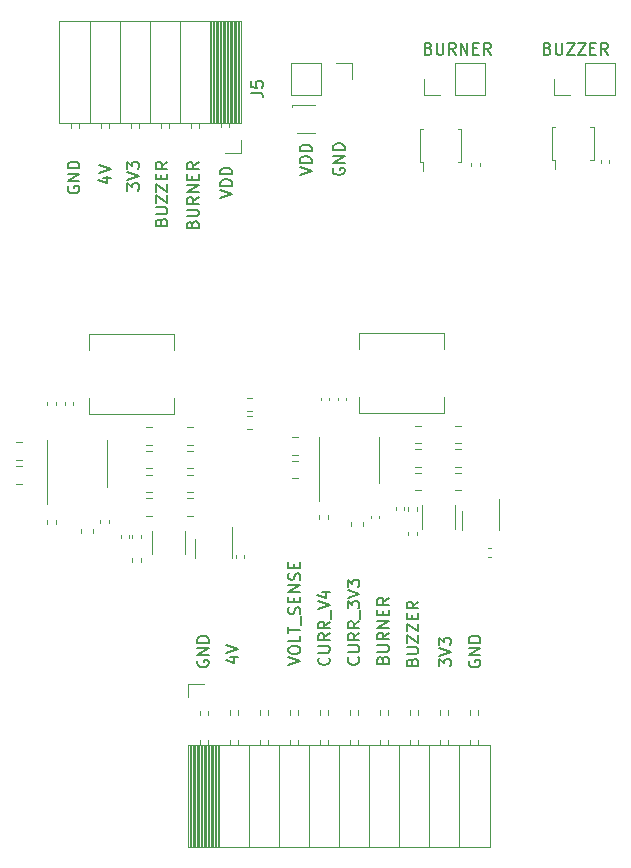
<source format=gbr>
%TF.GenerationSoftware,KiCad,Pcbnew,(6.0.9)*%
%TF.CreationDate,2022-11-26T14:01:21+01:00*%
%TF.ProjectId,PWR_PCB,5057525f-5043-4422-9e6b-696361645f70,rev?*%
%TF.SameCoordinates,Original*%
%TF.FileFunction,Legend,Top*%
%TF.FilePolarity,Positive*%
%FSLAX46Y46*%
G04 Gerber Fmt 4.6, Leading zero omitted, Abs format (unit mm)*
G04 Created by KiCad (PCBNEW (6.0.9)) date 2022-11-26 14:01:21*
%MOMM*%
%LPD*%
G01*
G04 APERTURE LIST*
%ADD10C,0.150000*%
%ADD11C,0.120000*%
G04 APERTURE END LIST*
D10*
X122571428Y-37428571D02*
X122714285Y-37476190D01*
X122761904Y-37523809D01*
X122809523Y-37619047D01*
X122809523Y-37761904D01*
X122761904Y-37857142D01*
X122714285Y-37904761D01*
X122619047Y-37952380D01*
X122238095Y-37952380D01*
X122238095Y-36952380D01*
X122571428Y-36952380D01*
X122666666Y-37000000D01*
X122714285Y-37047619D01*
X122761904Y-37142857D01*
X122761904Y-37238095D01*
X122714285Y-37333333D01*
X122666666Y-37380952D01*
X122571428Y-37428571D01*
X122238095Y-37428571D01*
X123238095Y-36952380D02*
X123238095Y-37761904D01*
X123285714Y-37857142D01*
X123333333Y-37904761D01*
X123428571Y-37952380D01*
X123619047Y-37952380D01*
X123714285Y-37904761D01*
X123761904Y-37857142D01*
X123809523Y-37761904D01*
X123809523Y-36952380D01*
X124857142Y-37952380D02*
X124523809Y-37476190D01*
X124285714Y-37952380D02*
X124285714Y-36952380D01*
X124666666Y-36952380D01*
X124761904Y-37000000D01*
X124809523Y-37047619D01*
X124857142Y-37142857D01*
X124857142Y-37285714D01*
X124809523Y-37380952D01*
X124761904Y-37428571D01*
X124666666Y-37476190D01*
X124285714Y-37476190D01*
X125285714Y-37952380D02*
X125285714Y-36952380D01*
X125857142Y-37952380D01*
X125857142Y-36952380D01*
X126333333Y-37428571D02*
X126666666Y-37428571D01*
X126809523Y-37952380D02*
X126333333Y-37952380D01*
X126333333Y-36952380D01*
X126809523Y-36952380D01*
X127809523Y-37952380D02*
X127476190Y-37476190D01*
X127238095Y-37952380D02*
X127238095Y-36952380D01*
X127619047Y-36952380D01*
X127714285Y-37000000D01*
X127761904Y-37047619D01*
X127809523Y-37142857D01*
X127809523Y-37285714D01*
X127761904Y-37380952D01*
X127714285Y-37428571D01*
X127619047Y-37476190D01*
X127238095Y-37476190D01*
X99928571Y-52117142D02*
X99976190Y-51974285D01*
X100023809Y-51926666D01*
X100119047Y-51879047D01*
X100261904Y-51879047D01*
X100357142Y-51926666D01*
X100404761Y-51974285D01*
X100452380Y-52069523D01*
X100452380Y-52450476D01*
X99452380Y-52450476D01*
X99452380Y-52117142D01*
X99500000Y-52021904D01*
X99547619Y-51974285D01*
X99642857Y-51926666D01*
X99738095Y-51926666D01*
X99833333Y-51974285D01*
X99880952Y-52021904D01*
X99928571Y-52117142D01*
X99928571Y-52450476D01*
X99452380Y-51450476D02*
X100261904Y-51450476D01*
X100357142Y-51402857D01*
X100404761Y-51355238D01*
X100452380Y-51260000D01*
X100452380Y-51069523D01*
X100404761Y-50974285D01*
X100357142Y-50926666D01*
X100261904Y-50879047D01*
X99452380Y-50879047D01*
X99452380Y-50498095D02*
X99452380Y-49831428D01*
X100452380Y-50498095D01*
X100452380Y-49831428D01*
X99452380Y-49545714D02*
X99452380Y-48879047D01*
X100452380Y-49545714D01*
X100452380Y-48879047D01*
X99928571Y-48498095D02*
X99928571Y-48164761D01*
X100452380Y-48021904D02*
X100452380Y-48498095D01*
X99452380Y-48498095D01*
X99452380Y-48021904D01*
X100452380Y-47021904D02*
X99976190Y-47355238D01*
X100452380Y-47593333D02*
X99452380Y-47593333D01*
X99452380Y-47212380D01*
X99500000Y-47117142D01*
X99547619Y-47069523D01*
X99642857Y-47021904D01*
X99785714Y-47021904D01*
X99880952Y-47069523D01*
X99928571Y-47117142D01*
X99976190Y-47212380D01*
X99976190Y-47593333D01*
X110702380Y-89654761D02*
X111702380Y-89321428D01*
X110702380Y-88988095D01*
X110702380Y-88464285D02*
X110702380Y-88273809D01*
X110750000Y-88178571D01*
X110845238Y-88083333D01*
X111035714Y-88035714D01*
X111369047Y-88035714D01*
X111559523Y-88083333D01*
X111654761Y-88178571D01*
X111702380Y-88273809D01*
X111702380Y-88464285D01*
X111654761Y-88559523D01*
X111559523Y-88654761D01*
X111369047Y-88702380D01*
X111035714Y-88702380D01*
X110845238Y-88654761D01*
X110750000Y-88559523D01*
X110702380Y-88464285D01*
X111702380Y-87130952D02*
X111702380Y-87607142D01*
X110702380Y-87607142D01*
X110702380Y-86940476D02*
X110702380Y-86369047D01*
X111702380Y-86654761D02*
X110702380Y-86654761D01*
X111797619Y-86273809D02*
X111797619Y-85511904D01*
X111654761Y-85321428D02*
X111702380Y-85178571D01*
X111702380Y-84940476D01*
X111654761Y-84845238D01*
X111607142Y-84797619D01*
X111511904Y-84750000D01*
X111416666Y-84750000D01*
X111321428Y-84797619D01*
X111273809Y-84845238D01*
X111226190Y-84940476D01*
X111178571Y-85130952D01*
X111130952Y-85226190D01*
X111083333Y-85273809D01*
X110988095Y-85321428D01*
X110892857Y-85321428D01*
X110797619Y-85273809D01*
X110750000Y-85226190D01*
X110702380Y-85130952D01*
X110702380Y-84892857D01*
X110750000Y-84750000D01*
X111178571Y-84321428D02*
X111178571Y-83988095D01*
X111702380Y-83845238D02*
X111702380Y-84321428D01*
X110702380Y-84321428D01*
X110702380Y-83845238D01*
X111702380Y-83416666D02*
X110702380Y-83416666D01*
X111702380Y-82845238D01*
X110702380Y-82845238D01*
X111654761Y-82416666D02*
X111702380Y-82273809D01*
X111702380Y-82035714D01*
X111654761Y-81940476D01*
X111607142Y-81892857D01*
X111511904Y-81845238D01*
X111416666Y-81845238D01*
X111321428Y-81892857D01*
X111273809Y-81940476D01*
X111226190Y-82035714D01*
X111178571Y-82226190D01*
X111130952Y-82321428D01*
X111083333Y-82369047D01*
X110988095Y-82416666D01*
X110892857Y-82416666D01*
X110797619Y-82369047D01*
X110750000Y-82321428D01*
X110702380Y-82226190D01*
X110702380Y-81988095D01*
X110750000Y-81845238D01*
X111178571Y-81416666D02*
X111178571Y-81083333D01*
X111702380Y-80940476D02*
X111702380Y-81416666D01*
X110702380Y-81416666D01*
X110702380Y-80940476D01*
X94995714Y-48358095D02*
X95662380Y-48358095D01*
X94614761Y-48596190D02*
X95329047Y-48834285D01*
X95329047Y-48215238D01*
X94662380Y-47977142D02*
X95662380Y-47643809D01*
X94662380Y-47310476D01*
X116607142Y-88976190D02*
X116654761Y-89023809D01*
X116702380Y-89166666D01*
X116702380Y-89261904D01*
X116654761Y-89404761D01*
X116559523Y-89500000D01*
X116464285Y-89547619D01*
X116273809Y-89595238D01*
X116130952Y-89595238D01*
X115940476Y-89547619D01*
X115845238Y-89500000D01*
X115750000Y-89404761D01*
X115702380Y-89261904D01*
X115702380Y-89166666D01*
X115750000Y-89023809D01*
X115797619Y-88976190D01*
X115702380Y-88547619D02*
X116511904Y-88547619D01*
X116607142Y-88500000D01*
X116654761Y-88452380D01*
X116702380Y-88357142D01*
X116702380Y-88166666D01*
X116654761Y-88071428D01*
X116607142Y-88023809D01*
X116511904Y-87976190D01*
X115702380Y-87976190D01*
X116702380Y-86928571D02*
X116226190Y-87261904D01*
X116702380Y-87500000D02*
X115702380Y-87500000D01*
X115702380Y-87119047D01*
X115750000Y-87023809D01*
X115797619Y-86976190D01*
X115892857Y-86928571D01*
X116035714Y-86928571D01*
X116130952Y-86976190D01*
X116178571Y-87023809D01*
X116226190Y-87119047D01*
X116226190Y-87500000D01*
X116702380Y-85928571D02*
X116226190Y-86261904D01*
X116702380Y-86500000D02*
X115702380Y-86500000D01*
X115702380Y-86119047D01*
X115750000Y-86023809D01*
X115797619Y-85976190D01*
X115892857Y-85928571D01*
X116035714Y-85928571D01*
X116130952Y-85976190D01*
X116178571Y-86023809D01*
X116226190Y-86119047D01*
X116226190Y-86500000D01*
X116797619Y-85738095D02*
X116797619Y-84976190D01*
X115702380Y-84833333D02*
X115702380Y-84214285D01*
X116083333Y-84547619D01*
X116083333Y-84404761D01*
X116130952Y-84309523D01*
X116178571Y-84261904D01*
X116273809Y-84214285D01*
X116511904Y-84214285D01*
X116607142Y-84261904D01*
X116654761Y-84309523D01*
X116702380Y-84404761D01*
X116702380Y-84690476D01*
X116654761Y-84785714D01*
X116607142Y-84833333D01*
X115702380Y-83928571D02*
X116702380Y-83595238D01*
X115702380Y-83261904D01*
X115702380Y-83023809D02*
X115702380Y-82404761D01*
X116083333Y-82738095D01*
X116083333Y-82595238D01*
X116130952Y-82500000D01*
X116178571Y-82452380D01*
X116273809Y-82404761D01*
X116511904Y-82404761D01*
X116607142Y-82452380D01*
X116654761Y-82500000D01*
X116702380Y-82595238D01*
X116702380Y-82880952D01*
X116654761Y-82976190D01*
X116607142Y-83023809D01*
X102568571Y-52308571D02*
X102616190Y-52165714D01*
X102663809Y-52118095D01*
X102759047Y-52070476D01*
X102901904Y-52070476D01*
X102997142Y-52118095D01*
X103044761Y-52165714D01*
X103092380Y-52260952D01*
X103092380Y-52641904D01*
X102092380Y-52641904D01*
X102092380Y-52308571D01*
X102140000Y-52213333D01*
X102187619Y-52165714D01*
X102282857Y-52118095D01*
X102378095Y-52118095D01*
X102473333Y-52165714D01*
X102520952Y-52213333D01*
X102568571Y-52308571D01*
X102568571Y-52641904D01*
X102092380Y-51641904D02*
X102901904Y-51641904D01*
X102997142Y-51594285D01*
X103044761Y-51546666D01*
X103092380Y-51451428D01*
X103092380Y-51260952D01*
X103044761Y-51165714D01*
X102997142Y-51118095D01*
X102901904Y-51070476D01*
X102092380Y-51070476D01*
X103092380Y-50022857D02*
X102616190Y-50356190D01*
X103092380Y-50594285D02*
X102092380Y-50594285D01*
X102092380Y-50213333D01*
X102140000Y-50118095D01*
X102187619Y-50070476D01*
X102282857Y-50022857D01*
X102425714Y-50022857D01*
X102520952Y-50070476D01*
X102568571Y-50118095D01*
X102616190Y-50213333D01*
X102616190Y-50594285D01*
X103092380Y-49594285D02*
X102092380Y-49594285D01*
X103092380Y-49022857D01*
X102092380Y-49022857D01*
X102568571Y-48546666D02*
X102568571Y-48213333D01*
X103092380Y-48070476D02*
X103092380Y-48546666D01*
X102092380Y-48546666D01*
X102092380Y-48070476D01*
X103092380Y-47070476D02*
X102616190Y-47403809D01*
X103092380Y-47641904D02*
X102092380Y-47641904D01*
X102092380Y-47260952D01*
X102140000Y-47165714D01*
X102187619Y-47118095D01*
X102282857Y-47070476D01*
X102425714Y-47070476D01*
X102520952Y-47118095D01*
X102568571Y-47165714D01*
X102616190Y-47260952D01*
X102616190Y-47641904D01*
X114500000Y-47561904D02*
X114452380Y-47657142D01*
X114452380Y-47800000D01*
X114500000Y-47942857D01*
X114595238Y-48038095D01*
X114690476Y-48085714D01*
X114880952Y-48133333D01*
X115023809Y-48133333D01*
X115214285Y-48085714D01*
X115309523Y-48038095D01*
X115404761Y-47942857D01*
X115452380Y-47800000D01*
X115452380Y-47704761D01*
X115404761Y-47561904D01*
X115357142Y-47514285D01*
X115023809Y-47514285D01*
X115023809Y-47704761D01*
X115452380Y-47085714D02*
X114452380Y-47085714D01*
X115452380Y-46514285D01*
X114452380Y-46514285D01*
X115452380Y-46038095D02*
X114452380Y-46038095D01*
X114452380Y-45800000D01*
X114500000Y-45657142D01*
X114595238Y-45561904D01*
X114690476Y-45514285D01*
X114880952Y-45466666D01*
X115023809Y-45466666D01*
X115214285Y-45514285D01*
X115309523Y-45561904D01*
X115404761Y-45657142D01*
X115452380Y-45800000D01*
X115452380Y-46038095D01*
X118678571Y-89178571D02*
X118726190Y-89035714D01*
X118773809Y-88988095D01*
X118869047Y-88940476D01*
X119011904Y-88940476D01*
X119107142Y-88988095D01*
X119154761Y-89035714D01*
X119202380Y-89130952D01*
X119202380Y-89511904D01*
X118202380Y-89511904D01*
X118202380Y-89178571D01*
X118250000Y-89083333D01*
X118297619Y-89035714D01*
X118392857Y-88988095D01*
X118488095Y-88988095D01*
X118583333Y-89035714D01*
X118630952Y-89083333D01*
X118678571Y-89178571D01*
X118678571Y-89511904D01*
X118202380Y-88511904D02*
X119011904Y-88511904D01*
X119107142Y-88464285D01*
X119154761Y-88416666D01*
X119202380Y-88321428D01*
X119202380Y-88130952D01*
X119154761Y-88035714D01*
X119107142Y-87988095D01*
X119011904Y-87940476D01*
X118202380Y-87940476D01*
X119202380Y-86892857D02*
X118726190Y-87226190D01*
X119202380Y-87464285D02*
X118202380Y-87464285D01*
X118202380Y-87083333D01*
X118250000Y-86988095D01*
X118297619Y-86940476D01*
X118392857Y-86892857D01*
X118535714Y-86892857D01*
X118630952Y-86940476D01*
X118678571Y-86988095D01*
X118726190Y-87083333D01*
X118726190Y-87464285D01*
X119202380Y-86464285D02*
X118202380Y-86464285D01*
X119202380Y-85892857D01*
X118202380Y-85892857D01*
X118678571Y-85416666D02*
X118678571Y-85083333D01*
X119202380Y-84940476D02*
X119202380Y-85416666D01*
X118202380Y-85416666D01*
X118202380Y-84940476D01*
X119202380Y-83940476D02*
X118726190Y-84273809D01*
X119202380Y-84511904D02*
X118202380Y-84511904D01*
X118202380Y-84130952D01*
X118250000Y-84035714D01*
X118297619Y-83988095D01*
X118392857Y-83940476D01*
X118535714Y-83940476D01*
X118630952Y-83988095D01*
X118678571Y-84035714D01*
X118726190Y-84130952D01*
X118726190Y-84511904D01*
X103000000Y-89261904D02*
X102952380Y-89357142D01*
X102952380Y-89500000D01*
X103000000Y-89642857D01*
X103095238Y-89738095D01*
X103190476Y-89785714D01*
X103380952Y-89833333D01*
X103523809Y-89833333D01*
X103714285Y-89785714D01*
X103809523Y-89738095D01*
X103904761Y-89642857D01*
X103952380Y-89500000D01*
X103952380Y-89404761D01*
X103904761Y-89261904D01*
X103857142Y-89214285D01*
X103523809Y-89214285D01*
X103523809Y-89404761D01*
X103952380Y-88785714D02*
X102952380Y-88785714D01*
X103952380Y-88214285D01*
X102952380Y-88214285D01*
X103952380Y-87738095D02*
X102952380Y-87738095D01*
X102952380Y-87500000D01*
X103000000Y-87357142D01*
X103095238Y-87261904D01*
X103190476Y-87214285D01*
X103380952Y-87166666D01*
X103523809Y-87166666D01*
X103714285Y-87214285D01*
X103809523Y-87261904D01*
X103904761Y-87357142D01*
X103952380Y-87500000D01*
X103952380Y-87738095D01*
X104932380Y-50083333D02*
X105932380Y-49750000D01*
X104932380Y-49416666D01*
X105932380Y-49083333D02*
X104932380Y-49083333D01*
X104932380Y-48845238D01*
X104980000Y-48702380D01*
X105075238Y-48607142D01*
X105170476Y-48559523D01*
X105360952Y-48511904D01*
X105503809Y-48511904D01*
X105694285Y-48559523D01*
X105789523Y-48607142D01*
X105884761Y-48702380D01*
X105932380Y-48845238D01*
X105932380Y-49083333D01*
X105932380Y-48083333D02*
X104932380Y-48083333D01*
X104932380Y-47845238D01*
X104980000Y-47702380D01*
X105075238Y-47607142D01*
X105170476Y-47559523D01*
X105360952Y-47511904D01*
X105503809Y-47511904D01*
X105694285Y-47559523D01*
X105789523Y-47607142D01*
X105884761Y-47702380D01*
X105932380Y-47845238D01*
X105932380Y-48083333D01*
X126000000Y-89261904D02*
X125952380Y-89357142D01*
X125952380Y-89500000D01*
X126000000Y-89642857D01*
X126095238Y-89738095D01*
X126190476Y-89785714D01*
X126380952Y-89833333D01*
X126523809Y-89833333D01*
X126714285Y-89785714D01*
X126809523Y-89738095D01*
X126904761Y-89642857D01*
X126952380Y-89500000D01*
X126952380Y-89404761D01*
X126904761Y-89261904D01*
X126857142Y-89214285D01*
X126523809Y-89214285D01*
X126523809Y-89404761D01*
X126952380Y-88785714D02*
X125952380Y-88785714D01*
X126952380Y-88214285D01*
X125952380Y-88214285D01*
X126952380Y-87738095D02*
X125952380Y-87738095D01*
X125952380Y-87500000D01*
X126000000Y-87357142D01*
X126095238Y-87261904D01*
X126190476Y-87214285D01*
X126380952Y-87166666D01*
X126523809Y-87166666D01*
X126714285Y-87214285D01*
X126809523Y-87261904D01*
X126904761Y-87357142D01*
X126952380Y-87500000D01*
X126952380Y-87738095D01*
X132642857Y-37428571D02*
X132785714Y-37476190D01*
X132833333Y-37523809D01*
X132880952Y-37619047D01*
X132880952Y-37761904D01*
X132833333Y-37857142D01*
X132785714Y-37904761D01*
X132690476Y-37952380D01*
X132309523Y-37952380D01*
X132309523Y-36952380D01*
X132642857Y-36952380D01*
X132738095Y-37000000D01*
X132785714Y-37047619D01*
X132833333Y-37142857D01*
X132833333Y-37238095D01*
X132785714Y-37333333D01*
X132738095Y-37380952D01*
X132642857Y-37428571D01*
X132309523Y-37428571D01*
X133309523Y-36952380D02*
X133309523Y-37761904D01*
X133357142Y-37857142D01*
X133404761Y-37904761D01*
X133500000Y-37952380D01*
X133690476Y-37952380D01*
X133785714Y-37904761D01*
X133833333Y-37857142D01*
X133880952Y-37761904D01*
X133880952Y-36952380D01*
X134261904Y-36952380D02*
X134928571Y-36952380D01*
X134261904Y-37952380D01*
X134928571Y-37952380D01*
X135214285Y-36952380D02*
X135880952Y-36952380D01*
X135214285Y-37952380D01*
X135880952Y-37952380D01*
X136261904Y-37428571D02*
X136595238Y-37428571D01*
X136738095Y-37952380D02*
X136261904Y-37952380D01*
X136261904Y-36952380D01*
X136738095Y-36952380D01*
X137738095Y-37952380D02*
X137404761Y-37476190D01*
X137166666Y-37952380D02*
X137166666Y-36952380D01*
X137547619Y-36952380D01*
X137642857Y-37000000D01*
X137690476Y-37047619D01*
X137738095Y-37142857D01*
X137738095Y-37285714D01*
X137690476Y-37380952D01*
X137642857Y-37428571D01*
X137547619Y-37476190D01*
X137166666Y-37476190D01*
X123452380Y-89738095D02*
X123452380Y-89119047D01*
X123833333Y-89452380D01*
X123833333Y-89309523D01*
X123880952Y-89214285D01*
X123928571Y-89166666D01*
X124023809Y-89119047D01*
X124261904Y-89119047D01*
X124357142Y-89166666D01*
X124404761Y-89214285D01*
X124452380Y-89309523D01*
X124452380Y-89595238D01*
X124404761Y-89690476D01*
X124357142Y-89738095D01*
X123452380Y-88833333D02*
X124452380Y-88500000D01*
X123452380Y-88166666D01*
X123452380Y-87928571D02*
X123452380Y-87309523D01*
X123833333Y-87642857D01*
X123833333Y-87500000D01*
X123880952Y-87404761D01*
X123928571Y-87357142D01*
X124023809Y-87309523D01*
X124261904Y-87309523D01*
X124357142Y-87357142D01*
X124404761Y-87404761D01*
X124452380Y-87500000D01*
X124452380Y-87785714D01*
X124404761Y-87880952D01*
X124357142Y-87928571D01*
X121178571Y-89357142D02*
X121226190Y-89214285D01*
X121273809Y-89166666D01*
X121369047Y-89119047D01*
X121511904Y-89119047D01*
X121607142Y-89166666D01*
X121654761Y-89214285D01*
X121702380Y-89309523D01*
X121702380Y-89690476D01*
X120702380Y-89690476D01*
X120702380Y-89357142D01*
X120750000Y-89261904D01*
X120797619Y-89214285D01*
X120892857Y-89166666D01*
X120988095Y-89166666D01*
X121083333Y-89214285D01*
X121130952Y-89261904D01*
X121178571Y-89357142D01*
X121178571Y-89690476D01*
X120702380Y-88690476D02*
X121511904Y-88690476D01*
X121607142Y-88642857D01*
X121654761Y-88595238D01*
X121702380Y-88500000D01*
X121702380Y-88309523D01*
X121654761Y-88214285D01*
X121607142Y-88166666D01*
X121511904Y-88119047D01*
X120702380Y-88119047D01*
X120702380Y-87738095D02*
X120702380Y-87071428D01*
X121702380Y-87738095D01*
X121702380Y-87071428D01*
X120702380Y-86785714D02*
X120702380Y-86119047D01*
X121702380Y-86785714D01*
X121702380Y-86119047D01*
X121178571Y-85738095D02*
X121178571Y-85404761D01*
X121702380Y-85261904D02*
X121702380Y-85738095D01*
X120702380Y-85738095D01*
X120702380Y-85261904D01*
X121702380Y-84261904D02*
X121226190Y-84595238D01*
X121702380Y-84833333D02*
X120702380Y-84833333D01*
X120702380Y-84452380D01*
X120750000Y-84357142D01*
X120797619Y-84309523D01*
X120892857Y-84261904D01*
X121035714Y-84261904D01*
X121130952Y-84309523D01*
X121178571Y-84357142D01*
X121226190Y-84452380D01*
X121226190Y-84833333D01*
X111652380Y-48133333D02*
X112652380Y-47800000D01*
X111652380Y-47466666D01*
X112652380Y-47133333D02*
X111652380Y-47133333D01*
X111652380Y-46895238D01*
X111700000Y-46752380D01*
X111795238Y-46657142D01*
X111890476Y-46609523D01*
X112080952Y-46561904D01*
X112223809Y-46561904D01*
X112414285Y-46609523D01*
X112509523Y-46657142D01*
X112604761Y-46752380D01*
X112652380Y-46895238D01*
X112652380Y-47133333D01*
X112652380Y-46133333D02*
X111652380Y-46133333D01*
X111652380Y-45895238D01*
X111700000Y-45752380D01*
X111795238Y-45657142D01*
X111890476Y-45609523D01*
X112080952Y-45561904D01*
X112223809Y-45561904D01*
X112414285Y-45609523D01*
X112509523Y-45657142D01*
X112604761Y-45752380D01*
X112652380Y-45895238D01*
X112652380Y-46133333D01*
X92050000Y-49111904D02*
X92002380Y-49207142D01*
X92002380Y-49350000D01*
X92050000Y-49492857D01*
X92145238Y-49588095D01*
X92240476Y-49635714D01*
X92430952Y-49683333D01*
X92573809Y-49683333D01*
X92764285Y-49635714D01*
X92859523Y-49588095D01*
X92954761Y-49492857D01*
X93002380Y-49350000D01*
X93002380Y-49254761D01*
X92954761Y-49111904D01*
X92907142Y-49064285D01*
X92573809Y-49064285D01*
X92573809Y-49254761D01*
X93002380Y-48635714D02*
X92002380Y-48635714D01*
X93002380Y-48064285D01*
X92002380Y-48064285D01*
X93002380Y-47588095D02*
X92002380Y-47588095D01*
X92002380Y-47350000D01*
X92050000Y-47207142D01*
X92145238Y-47111904D01*
X92240476Y-47064285D01*
X92430952Y-47016666D01*
X92573809Y-47016666D01*
X92764285Y-47064285D01*
X92859523Y-47111904D01*
X92954761Y-47207142D01*
X93002380Y-47350000D01*
X93002380Y-47588095D01*
X105785714Y-88988095D02*
X106452380Y-88988095D01*
X105404761Y-89226190D02*
X106119047Y-89464285D01*
X106119047Y-88845238D01*
X105452380Y-88607142D02*
X106452380Y-88273809D01*
X105452380Y-87940476D01*
X114107142Y-89000000D02*
X114154761Y-89047619D01*
X114202380Y-89190476D01*
X114202380Y-89285714D01*
X114154761Y-89428571D01*
X114059523Y-89523809D01*
X113964285Y-89571428D01*
X113773809Y-89619047D01*
X113630952Y-89619047D01*
X113440476Y-89571428D01*
X113345238Y-89523809D01*
X113250000Y-89428571D01*
X113202380Y-89285714D01*
X113202380Y-89190476D01*
X113250000Y-89047619D01*
X113297619Y-89000000D01*
X113202380Y-88571428D02*
X114011904Y-88571428D01*
X114107142Y-88523809D01*
X114154761Y-88476190D01*
X114202380Y-88380952D01*
X114202380Y-88190476D01*
X114154761Y-88095238D01*
X114107142Y-88047619D01*
X114011904Y-88000000D01*
X113202380Y-88000000D01*
X114202380Y-86952380D02*
X113726190Y-87285714D01*
X114202380Y-87523809D02*
X113202380Y-87523809D01*
X113202380Y-87142857D01*
X113250000Y-87047619D01*
X113297619Y-87000000D01*
X113392857Y-86952380D01*
X113535714Y-86952380D01*
X113630952Y-87000000D01*
X113678571Y-87047619D01*
X113726190Y-87142857D01*
X113726190Y-87523809D01*
X114202380Y-85952380D02*
X113726190Y-86285714D01*
X114202380Y-86523809D02*
X113202380Y-86523809D01*
X113202380Y-86142857D01*
X113250000Y-86047619D01*
X113297619Y-86000000D01*
X113392857Y-85952380D01*
X113535714Y-85952380D01*
X113630952Y-86000000D01*
X113678571Y-86047619D01*
X113726190Y-86142857D01*
X113726190Y-86523809D01*
X114297619Y-85761904D02*
X114297619Y-85000000D01*
X113202380Y-84904761D02*
X114202380Y-84571428D01*
X113202380Y-84238095D01*
X113535714Y-83476190D02*
X114202380Y-83476190D01*
X113154761Y-83714285D02*
X113869047Y-83952380D01*
X113869047Y-83333333D01*
X97042380Y-49458095D02*
X97042380Y-48839047D01*
X97423333Y-49172380D01*
X97423333Y-49029523D01*
X97470952Y-48934285D01*
X97518571Y-48886666D01*
X97613809Y-48839047D01*
X97851904Y-48839047D01*
X97947142Y-48886666D01*
X97994761Y-48934285D01*
X98042380Y-49029523D01*
X98042380Y-49315238D01*
X97994761Y-49410476D01*
X97947142Y-49458095D01*
X97042380Y-48553333D02*
X98042380Y-48220000D01*
X97042380Y-47886666D01*
X97042380Y-47648571D02*
X97042380Y-47029523D01*
X97423333Y-47362857D01*
X97423333Y-47220000D01*
X97470952Y-47124761D01*
X97518571Y-47077142D01*
X97613809Y-47029523D01*
X97851904Y-47029523D01*
X97947142Y-47077142D01*
X97994761Y-47124761D01*
X98042380Y-47220000D01*
X98042380Y-47505714D01*
X97994761Y-47600952D01*
X97947142Y-47648571D01*
%TO.C,J5*%
X107547380Y-41163333D02*
X108261666Y-41163333D01*
X108404523Y-41210952D01*
X108499761Y-41306190D01*
X108547380Y-41449047D01*
X108547380Y-41544285D01*
X107547380Y-40210952D02*
X107547380Y-40687142D01*
X108023571Y-40734761D01*
X107975952Y-40687142D01*
X107928333Y-40591904D01*
X107928333Y-40353809D01*
X107975952Y-40258571D01*
X108023571Y-40210952D01*
X108118809Y-40163333D01*
X108356904Y-40163333D01*
X108452142Y-40210952D01*
X108499761Y-40258571D01*
X108547380Y-40353809D01*
X108547380Y-40591904D01*
X108499761Y-40687142D01*
X108452142Y-40734761D01*
D11*
%TO.C,C23*%
X114880000Y-67207836D02*
X114880000Y-66992164D01*
X115600000Y-67207836D02*
X115600000Y-66992164D01*
%TO.C,C14*%
X99131252Y-72985000D02*
X98608748Y-72985000D01*
X99131252Y-71515000D02*
X98608748Y-71515000D01*
%TO.C,C26*%
X124778748Y-72835000D02*
X125301252Y-72835000D01*
X124778748Y-71365000D02*
X125301252Y-71365000D01*
%TO.C,C27*%
X121901252Y-71365000D02*
X121378748Y-71365000D01*
X121901252Y-72835000D02*
X121378748Y-72835000D01*
%TO.C,U3*%
X125380000Y-77400000D02*
X125380000Y-78200000D01*
X128500000Y-77400000D02*
X128500000Y-78200000D01*
X125380000Y-77400000D02*
X125380000Y-76600000D01*
X128500000Y-77400000D02*
X128500000Y-75600000D01*
%TO.C,C4*%
X88131252Y-74265000D02*
X87608748Y-74265000D01*
X88131252Y-72795000D02*
X87608748Y-72795000D01*
%TO.C,U2*%
X90250000Y-72570000D02*
X90250000Y-70620000D01*
X90250000Y-72570000D02*
X90250000Y-76020000D01*
X95370000Y-72570000D02*
X95370000Y-74520000D01*
X95370000Y-72570000D02*
X95370000Y-70620000D01*
%TO.C,Q1*%
X133010000Y-46885000D02*
X133305000Y-46885000D01*
X136550000Y-46885000D02*
X136550000Y-44045000D01*
X136255000Y-46885000D02*
X136550000Y-46885000D01*
X133305000Y-47615000D02*
X133305000Y-46885000D01*
X133305000Y-44045000D02*
X133010000Y-44045000D01*
X136550000Y-44045000D02*
X136255000Y-44045000D01*
X133010000Y-44045000D02*
X133010000Y-46885000D01*
%TO.C,C3*%
X106960000Y-80527836D02*
X106960000Y-80312164D01*
X106240000Y-80527836D02*
X106240000Y-80312164D01*
%TO.C,Q2*%
X122099000Y-44215000D02*
X121804000Y-44215000D01*
X122099000Y-47785000D02*
X122099000Y-47055000D01*
X125049000Y-47055000D02*
X125344000Y-47055000D01*
X121804000Y-47055000D02*
X122099000Y-47055000D01*
X121804000Y-44215000D02*
X121804000Y-47055000D01*
X125344000Y-44215000D02*
X125049000Y-44215000D01*
X125344000Y-47055000D02*
X125344000Y-44215000D01*
%TO.C,C22*%
X113432000Y-67214636D02*
X113432000Y-66998964D01*
X114152000Y-67214636D02*
X114152000Y-66998964D01*
%TO.C,R6*%
X121620000Y-76553641D02*
X121620000Y-76246359D01*
X120860000Y-76553641D02*
X120860000Y-76246359D01*
%TO.C,C1*%
X88131252Y-72235000D02*
X87608748Y-72235000D01*
X88131252Y-70765000D02*
X87608748Y-70765000D01*
%TO.C,J4*%
X106450000Y-96375000D02*
X106450000Y-95965000D01*
X116610000Y-96375000D02*
X116610000Y-95965000D01*
X104820000Y-105005000D02*
X104820000Y-96375000D01*
X105730000Y-93865000D02*
X105730000Y-93425000D01*
X120970000Y-93865000D02*
X120970000Y-93425000D01*
X126050000Y-96375000D02*
X126050000Y-95965000D01*
X103757140Y-105005000D02*
X103757140Y-96375000D01*
X120060000Y-105005000D02*
X120060000Y-96375000D01*
X113350000Y-96375000D02*
X113350000Y-95965000D01*
X103639045Y-105005000D02*
X103639045Y-96375000D01*
X102220000Y-91265000D02*
X103550000Y-91265000D01*
X103190000Y-96375000D02*
X103190000Y-95965000D01*
X104465710Y-105005000D02*
X104465710Y-96375000D01*
X123510000Y-96375000D02*
X123510000Y-95965000D01*
X103875235Y-105005000D02*
X103875235Y-96375000D01*
X119150000Y-96375000D02*
X119150000Y-95965000D01*
X102340000Y-105005000D02*
X102340000Y-96375000D01*
X114070000Y-96375000D02*
X114070000Y-95965000D01*
X111530000Y-93865000D02*
X111530000Y-93425000D01*
X108990000Y-96375000D02*
X108990000Y-95965000D01*
X111530000Y-96375000D02*
X111530000Y-95965000D01*
X126050000Y-93865000D02*
X126050000Y-93425000D01*
X126770000Y-96375000D02*
X126770000Y-95965000D01*
X102220000Y-96375000D02*
X127740000Y-96375000D01*
X107360000Y-105005000D02*
X107360000Y-96375000D01*
X102220000Y-105005000D02*
X127740000Y-105005000D01*
X108990000Y-93865000D02*
X108990000Y-93425000D01*
X103190000Y-93865000D02*
X103190000Y-93485000D01*
X102220000Y-105005000D02*
X102220000Y-96375000D01*
X103284760Y-105005000D02*
X103284760Y-96375000D01*
X103048570Y-105005000D02*
X103048570Y-96375000D01*
X102694285Y-105005000D02*
X102694285Y-96375000D01*
X102576190Y-105005000D02*
X102576190Y-96375000D01*
X118430000Y-93865000D02*
X118430000Y-93425000D01*
X106450000Y-93865000D02*
X106450000Y-93425000D01*
X102812380Y-105005000D02*
X102812380Y-96375000D01*
X104111425Y-105005000D02*
X104111425Y-96375000D01*
X124230000Y-96375000D02*
X124230000Y-95965000D01*
X121690000Y-96375000D02*
X121690000Y-95965000D01*
X117520000Y-105005000D02*
X117520000Y-96375000D01*
X104347615Y-105005000D02*
X104347615Y-96375000D01*
X115890000Y-93865000D02*
X115890000Y-93425000D01*
X115890000Y-96375000D02*
X115890000Y-95965000D01*
X122600000Y-105005000D02*
X122600000Y-96375000D01*
X120970000Y-96375000D02*
X120970000Y-95965000D01*
X112440000Y-105005000D02*
X112440000Y-96375000D01*
X108270000Y-93865000D02*
X108270000Y-93425000D01*
X110810000Y-96375000D02*
X110810000Y-95965000D01*
X110810000Y-93865000D02*
X110810000Y-93425000D01*
X127740000Y-105005000D02*
X127740000Y-96375000D01*
X124230000Y-93865000D02*
X124230000Y-93425000D01*
X103993330Y-105005000D02*
X103993330Y-96375000D01*
X125140000Y-105005000D02*
X125140000Y-96375000D01*
X104229520Y-105005000D02*
X104229520Y-96375000D01*
X103520950Y-105005000D02*
X103520950Y-96375000D01*
X102458095Y-105005000D02*
X102458095Y-96375000D01*
X108270000Y-96375000D02*
X108270000Y-95965000D01*
X116610000Y-93865000D02*
X116610000Y-93425000D01*
X104583805Y-105005000D02*
X104583805Y-96375000D01*
X103402855Y-105005000D02*
X103402855Y-96375000D01*
X113350000Y-93865000D02*
X113350000Y-93425000D01*
X102930475Y-105005000D02*
X102930475Y-96375000D01*
X103910000Y-93865000D02*
X103910000Y-93485000D01*
X119150000Y-93865000D02*
X119150000Y-93425000D01*
X121690000Y-93865000D02*
X121690000Y-93425000D01*
X103166665Y-105005000D02*
X103166665Y-96375000D01*
X105730000Y-96375000D02*
X105730000Y-95965000D01*
X102220000Y-92375000D02*
X102220000Y-91265000D01*
X104701900Y-105005000D02*
X104701900Y-96375000D01*
X109900000Y-105005000D02*
X109900000Y-96375000D01*
X114070000Y-93865000D02*
X114070000Y-93425000D01*
X114980000Y-105005000D02*
X114980000Y-96375000D01*
X126770000Y-93865000D02*
X126770000Y-93425000D01*
X123510000Y-93865000D02*
X123510000Y-93425000D01*
X103910000Y-96375000D02*
X103910000Y-95965000D01*
X118430000Y-96375000D02*
X118430000Y-95965000D01*
%TO.C,C30*%
X121901252Y-69365000D02*
X121378748Y-69365000D01*
X121901252Y-70835000D02*
X121378748Y-70835000D01*
%TO.C,R5*%
X114020000Y-77253641D02*
X114020000Y-76946359D01*
X113260000Y-77253641D02*
X113260000Y-76946359D01*
%TO.C,R7*%
X121620000Y-78663641D02*
X121620000Y-78356359D01*
X120860000Y-78663641D02*
X120860000Y-78356359D01*
%TO.C,U1*%
X102810000Y-79750000D02*
X102810000Y-80550000D01*
X105930000Y-79750000D02*
X105930000Y-77950000D01*
X102810000Y-79750000D02*
X102810000Y-78950000D01*
X105930000Y-79750000D02*
X105930000Y-80550000D01*
%TO.C,C10*%
X102108748Y-72985000D02*
X102631252Y-72985000D01*
X102108748Y-71515000D02*
X102631252Y-71515000D01*
%TO.C,C29*%
X124778748Y-74835000D02*
X125301252Y-74835000D01*
X124778748Y-73365000D02*
X125301252Y-73365000D01*
%TO.C,C7*%
X92480000Y-67607836D02*
X92480000Y-67392164D01*
X91760000Y-67607836D02*
X91760000Y-67392164D01*
%TO.C,C18*%
X117050000Y-77559420D02*
X117050000Y-77840580D01*
X116030000Y-77559420D02*
X116030000Y-77840580D01*
%TO.C,C25*%
X121378748Y-73365000D02*
X121901252Y-73365000D01*
X121378748Y-74835000D02*
X121901252Y-74835000D01*
%TO.C,C13*%
X98608748Y-70985000D02*
X99131252Y-70985000D01*
X98608748Y-69515000D02*
X99131252Y-69515000D01*
%TO.C,J5*%
X106655000Y-46320000D02*
X105325000Y-46320000D01*
X103145000Y-43750000D02*
X103145000Y-44160000D01*
X105708335Y-35120000D02*
X105708335Y-43750000D01*
X106062620Y-35120000D02*
X106062620Y-43750000D01*
X104055000Y-35120000D02*
X104055000Y-43750000D01*
X95525000Y-43750000D02*
X95525000Y-44160000D01*
X101515000Y-35120000D02*
X101515000Y-43750000D01*
X105590240Y-35120000D02*
X105590240Y-43750000D01*
X98065000Y-43750000D02*
X98065000Y-44160000D01*
X106298810Y-35120000D02*
X106298810Y-43750000D01*
X105472145Y-35120000D02*
X105472145Y-43750000D01*
X104409290Y-35120000D02*
X104409290Y-43750000D01*
X104763575Y-35120000D02*
X104763575Y-43750000D01*
X106655000Y-35120000D02*
X91295000Y-35120000D01*
X98975000Y-35120000D02*
X98975000Y-43750000D01*
X105944525Y-35120000D02*
X105944525Y-43750000D01*
X106655000Y-45210000D02*
X106655000Y-46320000D01*
X99885000Y-43750000D02*
X99885000Y-44160000D01*
X104881670Y-35120000D02*
X104881670Y-43750000D01*
X106655000Y-35120000D02*
X106655000Y-43750000D01*
X92265000Y-43750000D02*
X92265000Y-44160000D01*
X96435000Y-35120000D02*
X96435000Y-43750000D01*
X104965000Y-43750000D02*
X104965000Y-44100000D01*
X104173100Y-35120000D02*
X104173100Y-43750000D01*
X106535000Y-35120000D02*
X106535000Y-43750000D01*
X92985000Y-43750000D02*
X92985000Y-44160000D01*
X91295000Y-35120000D02*
X91295000Y-43750000D01*
X104645480Y-35120000D02*
X104645480Y-43750000D01*
X105117860Y-35120000D02*
X105117860Y-43750000D01*
X105826430Y-35120000D02*
X105826430Y-43750000D01*
X106180715Y-35120000D02*
X106180715Y-43750000D01*
X105235955Y-35120000D02*
X105235955Y-43750000D01*
X106416905Y-35120000D02*
X106416905Y-43750000D01*
X104999765Y-35120000D02*
X104999765Y-43750000D01*
X97345000Y-43750000D02*
X97345000Y-44160000D01*
X105354050Y-35120000D02*
X105354050Y-43750000D01*
X102425000Y-43750000D02*
X102425000Y-44160000D01*
X104291195Y-35120000D02*
X104291195Y-43750000D01*
X93895000Y-35120000D02*
X93895000Y-43750000D01*
X100605000Y-43750000D02*
X100605000Y-44160000D01*
X106655000Y-43750000D02*
X91295000Y-43750000D01*
X94805000Y-43750000D02*
X94805000Y-44160000D01*
X105685000Y-43750000D02*
X105685000Y-44100000D01*
X104527385Y-35120000D02*
X104527385Y-43750000D01*
%TO.C,R10*%
X126880000Y-47403641D02*
X126880000Y-47096359D01*
X126120000Y-47403641D02*
X126120000Y-47096359D01*
%TO.C,R12*%
X107162742Y-68102500D02*
X107637258Y-68102500D01*
X107162742Y-67057500D02*
X107637258Y-67057500D01*
%TO.C,C11*%
X102088748Y-70985000D02*
X102611252Y-70985000D01*
X102088748Y-69515000D02*
X102611252Y-69515000D01*
%TO.C,R4*%
X101920000Y-78250000D02*
X101920000Y-80250000D01*
X99120000Y-80250000D02*
X99120000Y-78250000D01*
%TO.C,C12*%
X99181252Y-75515000D02*
X98658748Y-75515000D01*
X99181252Y-76985000D02*
X98658748Y-76985000D01*
%TO.C,C2*%
X94130000Y-78134420D02*
X94130000Y-78415580D01*
X93110000Y-78134420D02*
X93110000Y-78415580D01*
%TO.C,R8*%
X124840000Y-76100000D02*
X124840000Y-78100000D01*
X122040000Y-78100000D02*
X122040000Y-76100000D01*
%TO.C,C9*%
X102631252Y-75515000D02*
X102108748Y-75515000D01*
X102631252Y-76985000D02*
X102108748Y-76985000D01*
%TO.C,C20*%
X111513252Y-72365000D02*
X110990748Y-72365000D01*
X111513252Y-73835000D02*
X110990748Y-73835000D01*
%TO.C,C15*%
X99131252Y-74985000D02*
X98608748Y-74985000D01*
X99131252Y-73515000D02*
X98608748Y-73515000D01*
%TO.C,R9*%
X137880000Y-47153641D02*
X137880000Y-46846359D01*
X137120000Y-47153641D02*
X137120000Y-46846359D01*
%TO.C,L2*%
X123840000Y-66900000D02*
X123840000Y-68300000D01*
X123840000Y-61500000D02*
X123840000Y-62900000D01*
X123840000Y-68300000D02*
X116640000Y-68300000D01*
X116640000Y-62900000D02*
X116640000Y-61500000D01*
X116640000Y-61500000D02*
X123840000Y-61500000D01*
X116640000Y-68300000D02*
X116640000Y-66900000D01*
%TO.C,J2*%
X123500000Y-41330000D02*
X122170000Y-41330000D01*
X127370000Y-41330000D02*
X127370000Y-38670000D01*
X124770000Y-41330000D02*
X127370000Y-41330000D01*
X124770000Y-41330000D02*
X124770000Y-38670000D01*
X122170000Y-41330000D02*
X122170000Y-40000000D01*
X124770000Y-38670000D02*
X127370000Y-38670000D01*
%TO.C,Q3*%
X111000000Y-42250000D02*
X112950000Y-42250000D01*
X111000000Y-42250000D02*
X111000000Y-42350000D01*
X112950000Y-44550000D02*
X111450000Y-44550000D01*
%TO.C,C21*%
X117680000Y-76992164D02*
X117680000Y-77207836D01*
X118400000Y-76992164D02*
X118400000Y-77207836D01*
%TO.C,U4*%
X118400000Y-72300000D02*
X118400000Y-74250000D01*
X118400000Y-72300000D02*
X118400000Y-70350000D01*
X113280000Y-72300000D02*
X113280000Y-75750000D01*
X113280000Y-72300000D02*
X113280000Y-70350000D01*
%TO.C,C19*%
X127827836Y-79740000D02*
X127612164Y-79740000D01*
X127827836Y-80460000D02*
X127612164Y-80460000D01*
%TO.C,L1*%
X93770000Y-61600000D02*
X100970000Y-61600000D01*
X100970000Y-67000000D02*
X100970000Y-68400000D01*
X100970000Y-61600000D02*
X100970000Y-63000000D01*
X100970000Y-68400000D02*
X93770000Y-68400000D01*
X93770000Y-68400000D02*
X93770000Y-67000000D01*
X93770000Y-63000000D02*
X93770000Y-61600000D01*
%TO.C,C8*%
X96510000Y-78857836D02*
X96510000Y-78642164D01*
X97230000Y-78857836D02*
X97230000Y-78642164D01*
%TO.C,C6*%
X90980000Y-67607836D02*
X90980000Y-67392164D01*
X90260000Y-67607836D02*
X90260000Y-67392164D01*
%TO.C,J3*%
X110880000Y-38670000D02*
X110880000Y-41330000D01*
X116080000Y-38670000D02*
X116080000Y-40000000D01*
X113480000Y-38670000D02*
X110880000Y-38670000D01*
X113480000Y-38670000D02*
X113480000Y-41330000D01*
X114750000Y-38670000D02*
X116080000Y-38670000D01*
X113480000Y-41330000D02*
X110880000Y-41330000D01*
%TO.C,R11*%
X107637258Y-68577500D02*
X107162742Y-68577500D01*
X107637258Y-69622500D02*
X107162742Y-69622500D01*
%TO.C,C17*%
X111501252Y-70365000D02*
X110978748Y-70365000D01*
X111501252Y-71835000D02*
X110978748Y-71835000D01*
%TO.C,C16*%
X102108748Y-74985000D02*
X102631252Y-74985000D01*
X102108748Y-73515000D02*
X102631252Y-73515000D01*
%TO.C,R3*%
X98250000Y-80903641D02*
X98250000Y-80596359D01*
X97490000Y-80903641D02*
X97490000Y-80596359D01*
%TO.C,C28*%
X124778748Y-70835000D02*
X125301252Y-70835000D01*
X124778748Y-69365000D02*
X125301252Y-69365000D01*
%TO.C,R2*%
X98250000Y-78903641D02*
X98250000Y-78596359D01*
X97490000Y-78903641D02*
X97490000Y-78596359D01*
%TO.C,R1*%
X91000000Y-77653641D02*
X91000000Y-77346359D01*
X90240000Y-77653641D02*
X90240000Y-77346359D01*
%TO.C,C24*%
X120500000Y-76507836D02*
X120500000Y-76292164D01*
X119780000Y-76507836D02*
X119780000Y-76292164D01*
%TO.C,C5*%
X95480000Y-77392164D02*
X95480000Y-77607836D01*
X94760000Y-77392164D02*
X94760000Y-77607836D01*
%TO.C,J1*%
X135770000Y-41330000D02*
X135770000Y-38670000D01*
X135770000Y-38670000D02*
X138370000Y-38670000D01*
X134500000Y-41330000D02*
X133170000Y-41330000D01*
X133170000Y-41330000D02*
X133170000Y-40000000D01*
X135770000Y-41330000D02*
X138370000Y-41330000D01*
X138370000Y-41330000D02*
X138370000Y-38670000D01*
%TD*%
M02*

</source>
